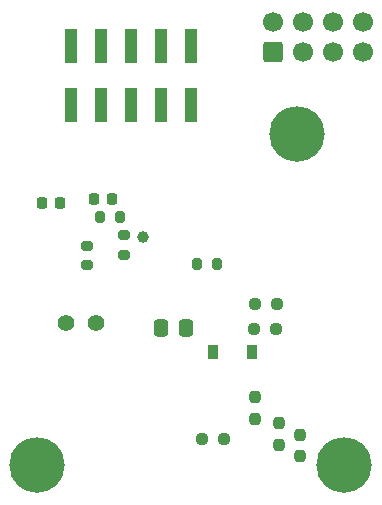
<source format=gbr>
%TF.GenerationSoftware,KiCad,Pcbnew,(6.0.4-0)*%
%TF.CreationDate,2022-03-31T17:06:01+02:00*%
%TF.ProjectId,cryosub_power_converter_top_v03,6372796f-7375-4625-9f70-6f7765725f63,rev?*%
%TF.SameCoordinates,Original*%
%TF.FileFunction,Soldermask,Bot*%
%TF.FilePolarity,Negative*%
%FSLAX45Y45*%
G04 Gerber Fmt 4.5, Leading zero omitted, Abs format (unit mm)*
G04 Created by KiCad (PCBNEW (6.0.4-0)) date 2022-03-31 17:06:01*
%MOMM*%
%LPD*%
G01*
G04 APERTURE LIST*
G04 Aperture macros list*
%AMRoundRect*
0 Rectangle with rounded corners*
0 $1 Rounding radius*
0 $2 $3 $4 $5 $6 $7 $8 $9 X,Y pos of 4 corners*
0 Add a 4 corners polygon primitive as box body*
4,1,4,$2,$3,$4,$5,$6,$7,$8,$9,$2,$3,0*
0 Add four circle primitives for the rounded corners*
1,1,$1+$1,$2,$3*
1,1,$1+$1,$4,$5*
1,1,$1+$1,$6,$7*
1,1,$1+$1,$8,$9*
0 Add four rect primitives between the rounded corners*
20,1,$1+$1,$2,$3,$4,$5,0*
20,1,$1+$1,$4,$5,$6,$7,0*
20,1,$1+$1,$6,$7,$8,$9,0*
20,1,$1+$1,$8,$9,$2,$3,0*%
G04 Aperture macros list end*
%ADD10C,1.000000*%
%ADD11C,1.400000*%
%ADD12C,4.700000*%
%ADD13RoundRect,0.250000X0.600000X-0.600000X0.600000X0.600000X-0.600000X0.600000X-0.600000X-0.600000X0*%
%ADD14C,1.700000*%
%ADD15RoundRect,0.237500X-0.237500X0.250000X-0.237500X-0.250000X0.237500X-0.250000X0.237500X0.250000X0*%
%ADD16RoundRect,0.237500X0.237500X-0.250000X0.237500X0.250000X-0.237500X0.250000X-0.237500X-0.250000X0*%
%ADD17RoundRect,0.237500X-0.250000X-0.237500X0.250000X-0.237500X0.250000X0.237500X-0.250000X0.237500X0*%
%ADD18R,1.000000X3.000000*%
%ADD19RoundRect,0.250000X-0.337500X-0.475000X0.337500X-0.475000X0.337500X0.475000X-0.337500X0.475000X0*%
%ADD20RoundRect,0.225000X-0.225000X-0.250000X0.225000X-0.250000X0.225000X0.250000X-0.225000X0.250000X0*%
%ADD21RoundRect,0.200000X-0.275000X0.200000X-0.275000X-0.200000X0.275000X-0.200000X0.275000X0.200000X0*%
%ADD22RoundRect,0.200000X-0.200000X-0.275000X0.200000X-0.275000X0.200000X0.275000X-0.200000X0.275000X0*%
%ADD23RoundRect,0.237500X0.250000X0.237500X-0.250000X0.237500X-0.250000X-0.237500X0.250000X-0.237500X0*%
%ADD24RoundRect,0.200000X0.200000X0.275000X-0.200000X0.275000X-0.200000X-0.275000X0.200000X-0.275000X0*%
%ADD25R,0.900000X1.200000*%
G04 APERTURE END LIST*
D10*
%TO.C,TP1*%
X11302500Y-12165000D03*
%TD*%
D11*
%TO.C,TP2*%
X10646000Y-12900000D03*
X10900000Y-12900000D03*
%TD*%
D12*
%TO.C,H1*%
X10400000Y-14100000D03*
%TD*%
%TO.C,H2*%
X12600000Y-11300000D03*
%TD*%
%TO.C,H3*%
X13000000Y-14100000D03*
%TD*%
D13*
%TO.C,J1*%
X12400000Y-10600000D03*
D14*
X12400000Y-10346000D03*
X12654000Y-10600000D03*
X12654000Y-10346000D03*
X12908000Y-10600000D03*
X12908000Y-10346000D03*
X13162000Y-10600000D03*
X13162000Y-10346000D03*
%TD*%
D15*
%TO.C,R7*%
X12250000Y-13525000D03*
X12250000Y-13707500D03*
%TD*%
D16*
%TO.C,R9*%
X12625000Y-14025000D03*
X12625000Y-13842500D03*
%TD*%
D15*
%TO.C,R5*%
X12450000Y-13742500D03*
X12450000Y-13925000D03*
%TD*%
D17*
%TO.C,R6*%
X11800000Y-13875000D03*
X11982500Y-13875000D03*
%TD*%
D18*
%TO.C,J2*%
X10692000Y-11052000D03*
X10692000Y-10548000D03*
X10946000Y-11052000D03*
X10946000Y-10548000D03*
X11200000Y-11052000D03*
X11200000Y-10548000D03*
X11454000Y-11052000D03*
X11454000Y-10548000D03*
X11708000Y-11052000D03*
X11708000Y-10548000D03*
%TD*%
D19*
%TO.C,C8*%
X11451250Y-12937500D03*
X11658750Y-12937500D03*
%TD*%
D20*
%TO.C,C14*%
X10440000Y-11882500D03*
X10595000Y-11882500D03*
%TD*%
D21*
%TO.C,R14*%
X10827500Y-12244000D03*
X10827500Y-12409000D03*
%TD*%
%TO.C,R16*%
X11137500Y-12152500D03*
X11137500Y-12317500D03*
%TD*%
D22*
%TO.C,R20*%
X10935000Y-12002500D03*
X11100000Y-12002500D03*
%TD*%
D23*
%TO.C,R11*%
X12431250Y-12735000D03*
X12248750Y-12735000D03*
%TD*%
D17*
%TO.C,R12*%
X12241250Y-12945000D03*
X12423750Y-12945000D03*
%TD*%
D20*
%TO.C,C18*%
X10882500Y-11850000D03*
X11037500Y-11850000D03*
%TD*%
D24*
%TO.C,R13*%
X11922500Y-12400000D03*
X11757500Y-12400000D03*
%TD*%
D25*
%TO.C,D2*%
X11895000Y-13140000D03*
X12225000Y-13140000D03*
%TD*%
M02*

</source>
